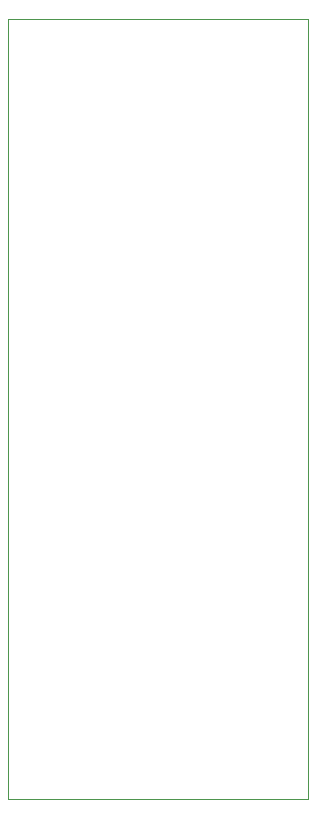
<source format=gm1>
G04 #@! TF.GenerationSoftware,KiCad,Pcbnew,9.0.6*
G04 #@! TF.CreationDate,2025-12-31T13:09:13-06:00*
G04 #@! TF.ProjectId,QFN-48_6x6,51464e2d-3438-45f3-9678-362e6b696361,rev?*
G04 #@! TF.SameCoordinates,Original*
G04 #@! TF.FileFunction,Profile,NP*
%FSLAX46Y46*%
G04 Gerber Fmt 4.6, Leading zero omitted, Abs format (unit mm)*
G04 Created by KiCad (PCBNEW 9.0.6) date 2025-12-31 13:09:13*
%MOMM*%
%LPD*%
G01*
G04 APERTURE LIST*
G04 #@! TA.AperFunction,Profile*
%ADD10C,0.050000*%
G04 #@! TD*
G04 APERTURE END LIST*
D10*
X125730000Y-87630000D02*
X151130000Y-87630000D01*
X151130000Y-153670000D01*
X125730000Y-153670000D01*
X125730000Y-87630000D01*
M02*

</source>
